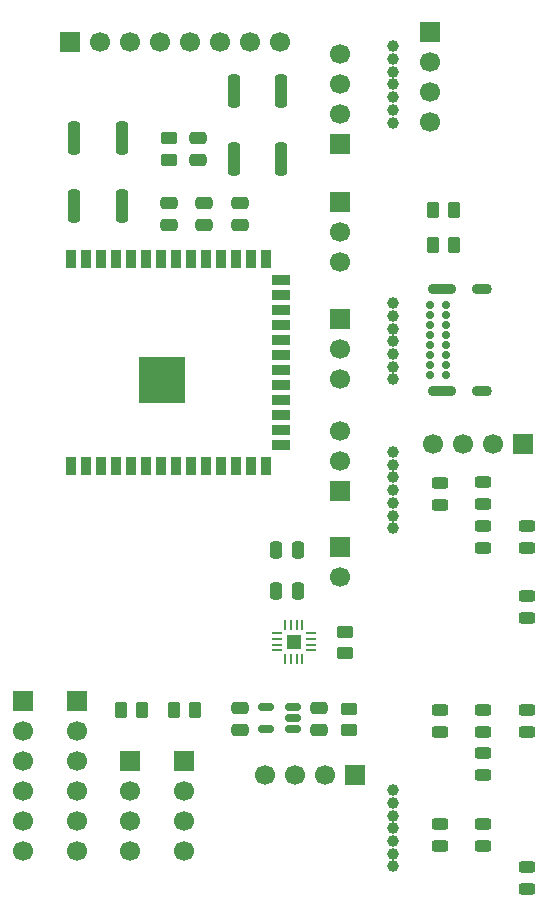
<source format=gbr>
%TF.GenerationSoftware,KiCad,Pcbnew,9.0.4*%
%TF.CreationDate,2025-12-16T10:37:17-05:00*%
%TF.ProjectId,TARS,54415253-2e6b-4696-9361-645f70636258,rev?*%
%TF.SameCoordinates,Original*%
%TF.FileFunction,Soldermask,Top*%
%TF.FilePolarity,Negative*%
%FSLAX46Y46*%
G04 Gerber Fmt 4.6, Leading zero omitted, Abs format (unit mm)*
G04 Created by KiCad (PCBNEW 9.0.4) date 2025-12-16 10:37:17*
%MOMM*%
%LPD*%
G01*
G04 APERTURE LIST*
G04 Aperture macros list*
%AMRoundRect*
0 Rectangle with rounded corners*
0 $1 Rounding radius*
0 $2 $3 $4 $5 $6 $7 $8 $9 X,Y pos of 4 corners*
0 Add a 4 corners polygon primitive as box body*
4,1,4,$2,$3,$4,$5,$6,$7,$8,$9,$2,$3,0*
0 Add four circle primitives for the rounded corners*
1,1,$1+$1,$2,$3*
1,1,$1+$1,$4,$5*
1,1,$1+$1,$6,$7*
1,1,$1+$1,$8,$9*
0 Add four rect primitives between the rounded corners*
20,1,$1+$1,$2,$3,$4,$5,0*
20,1,$1+$1,$4,$5,$6,$7,0*
20,1,$1+$1,$6,$7,$8,$9,0*
20,1,$1+$1,$8,$9,$2,$3,0*%
G04 Aperture macros list end*
%ADD10C,1.000000*%
%ADD11RoundRect,0.243750X0.456250X-0.243750X0.456250X0.243750X-0.456250X0.243750X-0.456250X-0.243750X0*%
%ADD12RoundRect,0.243750X-0.456250X0.243750X-0.456250X-0.243750X0.456250X-0.243750X0.456250X0.243750X0*%
%ADD13R,1.700000X1.700000*%
%ADD14C,1.700000*%
%ADD15RoundRect,0.250000X0.475000X-0.250000X0.475000X0.250000X-0.475000X0.250000X-0.475000X-0.250000X0*%
%ADD16RoundRect,0.250000X-0.262500X-0.450000X0.262500X-0.450000X0.262500X0.450000X-0.262500X0.450000X0*%
%ADD17R,0.900000X1.500000*%
%ADD18R,1.500000X0.900000*%
%ADD19C,0.600000*%
%ADD20R,3.900000X3.900000*%
%ADD21RoundRect,0.250000X-0.250000X-0.475000X0.250000X-0.475000X0.250000X0.475000X-0.250000X0.475000X0*%
%ADD22C,0.700000*%
%ADD23O,2.400000X0.900000*%
%ADD24O,1.700000X0.900000*%
%ADD25RoundRect,0.150000X0.512500X0.150000X-0.512500X0.150000X-0.512500X-0.150000X0.512500X-0.150000X0*%
%ADD26RoundRect,0.250000X0.250000X-1.150000X0.250000X1.150000X-0.250000X1.150000X-0.250000X-1.150000X0*%
%ADD27RoundRect,0.250000X0.450000X-0.262500X0.450000X0.262500X-0.450000X0.262500X-0.450000X-0.262500X0*%
%ADD28RoundRect,0.250000X-0.250000X1.150000X-0.250000X-1.150000X0.250000X-1.150000X0.250000X1.150000X0*%
%ADD29RoundRect,0.250000X-0.475000X0.250000X-0.475000X-0.250000X0.475000X-0.250000X0.475000X0.250000X0*%
%ADD30RoundRect,0.062500X0.350000X0.062500X-0.350000X0.062500X-0.350000X-0.062500X0.350000X-0.062500X0*%
%ADD31RoundRect,0.062500X0.062500X0.350000X-0.062500X0.350000X-0.062500X-0.350000X0.062500X-0.350000X0*%
%ADD32R,1.230000X1.230000*%
%ADD33RoundRect,0.250000X-0.450000X0.262500X-0.450000X-0.262500X0.450000X-0.262500X0.450000X0.262500X0*%
G04 APERTURE END LIST*
D10*
%TO.C,*%
X164950000Y-84425000D03*
%TD*%
D11*
%TO.C,D1*%
X176320000Y-154727500D03*
X176320000Y-152852500D03*
%TD*%
D12*
%TO.C,D10*%
X172633000Y-123953500D03*
X172633000Y-125828500D03*
%TD*%
D10*
%TO.C,*%
X164950000Y-120925000D03*
%TD*%
D13*
%TO.C,J11*%
X160500000Y-121000000D03*
D14*
X160500000Y-118460000D03*
X160500000Y-115920000D03*
%TD*%
D13*
%TO.C,J15*%
X138250000Y-138800000D03*
D14*
X138250000Y-141340000D03*
X138250000Y-143880000D03*
X138250000Y-146420000D03*
X138250000Y-148960000D03*
X138250000Y-151500000D03*
%TD*%
D13*
%TO.C,J17*%
X147250000Y-143880000D03*
D14*
X147250000Y-146420000D03*
X147250000Y-148960000D03*
X147250000Y-151500000D03*
%TD*%
D10*
%TO.C,*%
X164950000Y-107250000D03*
%TD*%
%TO.C,*%
X164950000Y-152775000D03*
%TD*%
%TO.C,*%
X164950000Y-87650000D03*
%TD*%
%TO.C,*%
X164950000Y-86575000D03*
%TD*%
%TO.C,*%
X164950000Y-148475000D03*
%TD*%
%TO.C,*%
X164950000Y-105100000D03*
%TD*%
%TO.C,*%
X164950000Y-109400000D03*
%TD*%
D15*
%TO.C,C7*%
X152010000Y-98500000D03*
X152010000Y-96600000D03*
%TD*%
D16*
%TO.C,R15*%
X168326000Y-97224000D03*
X170151000Y-97224000D03*
%TD*%
D10*
%TO.C,*%
X164950000Y-106175000D03*
%TD*%
D17*
%TO.C,U1*%
X137740000Y-118845000D03*
X139010000Y-118845000D03*
X140280000Y-118845000D03*
X141550000Y-118845000D03*
X142820000Y-118845000D03*
X144090000Y-118845000D03*
X145360000Y-118845000D03*
X146630000Y-118845000D03*
X147900000Y-118845000D03*
X149170000Y-118845000D03*
X150440000Y-118845000D03*
X151710000Y-118845000D03*
X152980000Y-118845000D03*
X154250000Y-118845000D03*
D18*
X155500000Y-117080000D03*
X155500000Y-115810000D03*
X155500000Y-114540000D03*
X155500000Y-113270000D03*
X155500000Y-112000000D03*
X155500000Y-110730000D03*
X155500000Y-109460000D03*
X155500000Y-108190000D03*
X155500000Y-106920000D03*
X155500000Y-105650000D03*
X155500000Y-104380000D03*
X155500000Y-103110000D03*
D17*
X154250000Y-101345000D03*
X152980000Y-101345000D03*
X151710000Y-101345000D03*
X150440000Y-101345000D03*
X149170000Y-101345000D03*
X147900000Y-101345000D03*
X146630000Y-101345000D03*
X145360000Y-101345000D03*
X144090000Y-101345000D03*
X142820000Y-101345000D03*
X141550000Y-101345000D03*
X140280000Y-101345000D03*
X139010000Y-101345000D03*
X137740000Y-101345000D03*
D19*
X144760000Y-112995000D03*
X146160000Y-112995000D03*
X144060000Y-112295000D03*
X145460000Y-112295000D03*
X146860000Y-112295000D03*
X144760000Y-111595000D03*
D20*
X145460000Y-111595000D03*
D19*
X146160000Y-111595000D03*
X144060000Y-110895000D03*
X145460000Y-110895000D03*
X146860000Y-110895000D03*
X144760000Y-110195000D03*
X146160000Y-110195000D03*
%TD*%
D10*
%TO.C,*%
X164950000Y-107250000D03*
%TD*%
%TO.C,*%
X164950000Y-117700000D03*
%TD*%
%TO.C,*%
X164950000Y-85500000D03*
%TD*%
D21*
%TO.C,C3*%
X155050000Y-126000000D03*
X156950000Y-126000000D03*
%TD*%
D13*
%TO.C,LS1*%
X160500000Y-125725000D03*
D14*
X160500000Y-128265000D03*
%TD*%
D15*
%TO.C,C5*%
X145990000Y-98500000D03*
X145990000Y-96600000D03*
%TD*%
D13*
%TO.C,M2*%
X160500000Y-96500000D03*
D14*
X160500000Y-99040000D03*
X160500000Y-101580000D03*
%TD*%
D10*
%TO.C,*%
X164950000Y-119850000D03*
%TD*%
%TO.C,*%
X164950000Y-147400000D03*
%TD*%
%TO.C,*%
X164950000Y-151700000D03*
%TD*%
D12*
%TO.C,D5*%
X176300000Y-139560500D03*
X176300000Y-141435500D03*
%TD*%
D10*
%TO.C,*%
X164950000Y-120925000D03*
%TD*%
%TO.C,*%
X164950000Y-149550000D03*
%TD*%
%TO.C,*%
X164950000Y-88725000D03*
%TD*%
%TO.C,*%
X164950000Y-118775000D03*
%TD*%
D13*
%TO.C,J13*%
X161800000Y-145010000D03*
D14*
X159260000Y-145010000D03*
X156720000Y-145010000D03*
X154180000Y-145010000D03*
%TD*%
D11*
%TO.C,D11*%
X172633000Y-122121500D03*
X172633000Y-120246500D03*
%TD*%
D10*
%TO.C,*%
X164950000Y-152775000D03*
%TD*%
D12*
%TO.C,D2*%
X172634000Y-149186500D03*
X172634000Y-151061500D03*
%TD*%
D10*
%TO.C,*%
X164950000Y-110475000D03*
%TD*%
%TO.C,*%
X164950000Y-108325000D03*
%TD*%
D13*
%TO.C,J1*%
X137610000Y-83000000D03*
D14*
X140150000Y-83000000D03*
X142690000Y-83000000D03*
X145230000Y-83000000D03*
X147770000Y-83000000D03*
X150310000Y-83000000D03*
X152850000Y-83000000D03*
X155390000Y-83000000D03*
%TD*%
D10*
%TO.C,*%
X164950000Y-124150000D03*
%TD*%
%TO.C,*%
X164950000Y-83350000D03*
%TD*%
%TO.C,*%
X164950000Y-119850000D03*
%TD*%
%TO.C,*%
X164950000Y-106175000D03*
%TD*%
D15*
%TO.C,C1*%
X158750000Y-141250000D03*
X158750000Y-139350000D03*
%TD*%
%TO.C,C6*%
X149000000Y-98500000D03*
X149000000Y-96600000D03*
%TD*%
D11*
%TO.C,D9*%
X176300000Y-125808500D03*
X176300000Y-123933500D03*
%TD*%
D22*
%TO.C,J3*%
X168126000Y-111199000D03*
X168126000Y-110349000D03*
X168126000Y-109499000D03*
X168126000Y-108649000D03*
X168126000Y-107799000D03*
X168126000Y-106949000D03*
X168126000Y-106099000D03*
X168126000Y-105249000D03*
X169476000Y-105249000D03*
X169476000Y-106099000D03*
X169476000Y-106949000D03*
X169476000Y-107799000D03*
X169476000Y-108649000D03*
X169476000Y-109499000D03*
X169476000Y-110349000D03*
X169476000Y-111199000D03*
D23*
X169106000Y-112549000D03*
D24*
X172486000Y-112549000D03*
D23*
X169106000Y-103899000D03*
D24*
X172486000Y-103899000D03*
%TD*%
D10*
%TO.C,*%
X164950000Y-150625000D03*
%TD*%
%TO.C,*%
X164950000Y-146325000D03*
%TD*%
%TO.C,*%
X164950000Y-89800000D03*
%TD*%
D16*
%TO.C,R4*%
X141925000Y-139500000D03*
X143750000Y-139500000D03*
%TD*%
D13*
%TO.C,J5*%
X175960000Y-117040000D03*
D14*
X173420000Y-117040000D03*
X170880000Y-117040000D03*
X168340000Y-117040000D03*
%TD*%
D10*
%TO.C,*%
X164950000Y-123075000D03*
%TD*%
%TO.C,*%
X164950000Y-148475000D03*
%TD*%
%TO.C,*%
X164950000Y-147400000D03*
%TD*%
D21*
%TO.C,C4*%
X155050000Y-129500000D03*
X156950000Y-129500000D03*
%TD*%
D25*
%TO.C,U2*%
X156500000Y-141150000D03*
X156500000Y-140200000D03*
X156500000Y-139250000D03*
X154225000Y-139250000D03*
X154225000Y-141150000D03*
%TD*%
D10*
%TO.C,*%
X164950000Y-149550000D03*
%TD*%
D26*
%TO.C,SW6*%
X138000000Y-96900000D03*
X138000000Y-91100000D03*
X142000000Y-96900000D03*
X142000000Y-91100000D03*
%TD*%
D10*
%TO.C,*%
X164950000Y-118775000D03*
%TD*%
D13*
%TO.C,M1*%
X160500000Y-106420000D03*
D14*
X160500000Y-108960000D03*
X160500000Y-111500000D03*
%TD*%
D10*
%TO.C,*%
X164950000Y-109400000D03*
%TD*%
D12*
%TO.C,D4*%
X172634000Y-143206500D03*
X172634000Y-145081500D03*
%TD*%
D10*
%TO.C,*%
X164950000Y-110475000D03*
%TD*%
D27*
%TO.C,R2*%
X161250000Y-141250000D03*
X161250000Y-139425000D03*
%TD*%
%TO.C,R1*%
X145990000Y-92962500D03*
X145990000Y-91137500D03*
%TD*%
D12*
%TO.C,D12*%
X168966000Y-120286500D03*
X168966000Y-122161500D03*
%TD*%
D16*
%TO.C,R5*%
X146425000Y-139500000D03*
X148250000Y-139500000D03*
%TD*%
D10*
%TO.C,*%
X164950000Y-108325000D03*
%TD*%
D13*
%TO.C,J2*%
X160500000Y-91580000D03*
D14*
X160500000Y-89040000D03*
X160500000Y-86500000D03*
X160500000Y-83960000D03*
%TD*%
D12*
%TO.C,D6*%
X168968000Y-139560500D03*
X168968000Y-141435500D03*
%TD*%
D10*
%TO.C,*%
X164950000Y-146325000D03*
%TD*%
D28*
%TO.C,SW5*%
X155500000Y-87100000D03*
X155500000Y-92900000D03*
X151500000Y-87100000D03*
X151500000Y-92900000D03*
%TD*%
D11*
%TO.C,D3*%
X168967000Y-151061500D03*
X168967000Y-149186500D03*
%TD*%
D10*
%TO.C,*%
X164950000Y-123075000D03*
%TD*%
D29*
%TO.C,C8*%
X148490000Y-91100000D03*
X148490000Y-93000000D03*
%TD*%
D10*
%TO.C,*%
X164950000Y-117700000D03*
%TD*%
%TO.C,*%
X164950000Y-122000000D03*
%TD*%
D30*
%TO.C,U3*%
X158000000Y-134500000D03*
X158000000Y-134000000D03*
X158000000Y-133500000D03*
X158000000Y-133000000D03*
D31*
X157312500Y-132312500D03*
X156812500Y-132312500D03*
X156312500Y-132312500D03*
X155812500Y-132312500D03*
D30*
X155125000Y-133000000D03*
X155125000Y-133500000D03*
X155125000Y-134000000D03*
X155125000Y-134500000D03*
D31*
X155812500Y-135187500D03*
X156312500Y-135187500D03*
X156812500Y-135187500D03*
X157312500Y-135187500D03*
D32*
X156562500Y-133750000D03*
%TD*%
D15*
%TO.C,C2*%
X152000000Y-141250000D03*
X152000000Y-139350000D03*
%TD*%
D10*
%TO.C,*%
X164950000Y-150625000D03*
%TD*%
%TO.C,*%
X164950000Y-151700000D03*
%TD*%
%TO.C,*%
X164950000Y-122000000D03*
%TD*%
D13*
%TO.C,J14*%
X133660000Y-138800000D03*
D14*
X133660000Y-141340000D03*
X133660000Y-143880000D03*
X133660000Y-146420000D03*
X133660000Y-148960000D03*
X133660000Y-151500000D03*
%TD*%
D16*
%TO.C,R16*%
X168326000Y-100174000D03*
X170151000Y-100174000D03*
%TD*%
D10*
%TO.C,*%
X164950000Y-124150000D03*
%TD*%
D11*
%TO.C,D8*%
X176300000Y-131788500D03*
X176300000Y-129913500D03*
%TD*%
D10*
%TO.C,*%
X164950000Y-111550000D03*
%TD*%
%TO.C,*%
X164950000Y-105100000D03*
%TD*%
D12*
%TO.C,D7*%
X172634000Y-139559500D03*
X172634000Y-141434500D03*
%TD*%
D13*
%TO.C,J12*%
X168151000Y-82144000D03*
D14*
X168151000Y-84684000D03*
X168151000Y-87224000D03*
X168151000Y-89764000D03*
%TD*%
D10*
%TO.C,*%
X164950000Y-111550000D03*
%TD*%
D33*
%TO.C,R3*%
X160872500Y-132897500D03*
X160872500Y-134722500D03*
%TD*%
D13*
%TO.C,J16*%
X142750000Y-143880000D03*
D14*
X142750000Y-146420000D03*
X142750000Y-148960000D03*
X142750000Y-151500000D03*
%TD*%
M02*

</source>
